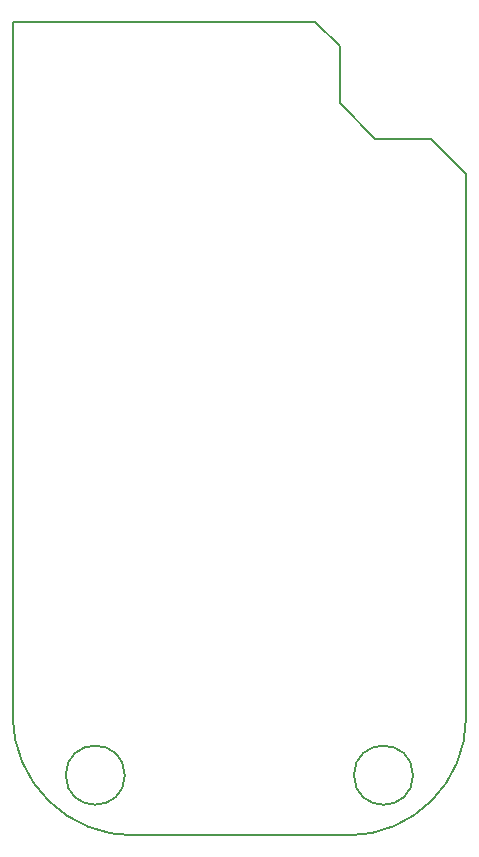
<source format=gbr>
G04 #@! TF.GenerationSoftware,KiCad,Pcbnew,(5.0.0)*
G04 #@! TF.CreationDate,2021-03-27T00:22:30-04:00*
G04 #@! TF.ProjectId,Section_SensorBlock,53656374696F6E5F53656E736F72426C,1.0*
G04 #@! TF.SameCoordinates,Original*
G04 #@! TF.FileFunction,Profile,NP*
%FSLAX46Y46*%
G04 Gerber Fmt 4.6, Leading zero omitted, Abs format (unit mm)*
G04 Created by KiCad (PCBNEW (5.0.0)) date 03/27/21 00:22:30*
%MOMM*%
%LPD*%
G01*
G04 APERTURE LIST*
%ADD10C,0.200000*%
G04 APERTURE END LIST*
D10*
X167200000Y-122000000D02*
G75*
G03X167200000Y-122000000I-2500000J0D01*
G01*
X142800000Y-122000000D02*
G75*
G03X142800000Y-122000000I-2500000J0D01*
G01*
X168700000Y-68100000D02*
X171700000Y-71100000D01*
X158900000Y-58200000D02*
X161000000Y-60300000D01*
X164000000Y-68100000D02*
X168700000Y-68100000D01*
X161000000Y-65100000D02*
X164000000Y-68100000D01*
X161000000Y-60300000D02*
X161000000Y-65100000D01*
X143600000Y-127100000D02*
G75*
G02X133300000Y-117000000I-100000J10200000D01*
G01*
X171700000Y-117100000D02*
G75*
G02X161700000Y-127100000I-10000000J0D01*
G01*
X133300000Y-117000000D02*
X133300000Y-58200000D01*
X161700000Y-127100000D02*
X143600000Y-127100000D01*
X171700000Y-71100000D02*
X171700000Y-117100000D01*
X133300000Y-58200000D02*
X158900000Y-58200000D01*
M02*

</source>
